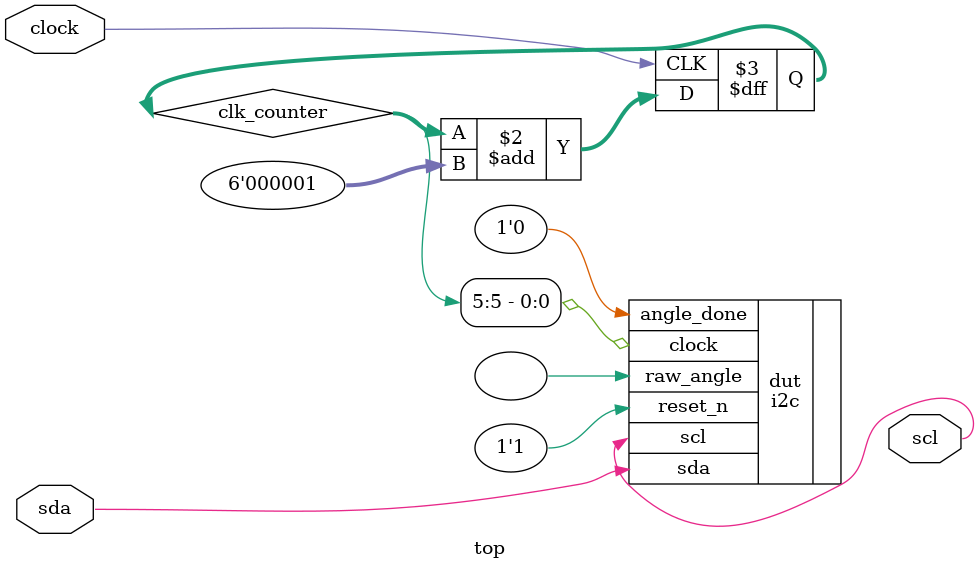
<source format=v>
module top(
    input               clock,          // The main clock          
    output              scl,            // The I2C clock
    inout               sda             // The I2C bi-directional data
);

reg     [5:0]   clk_counter;
always @(posedge clock)
    clk_counter[5:0]    <= clk_counter[5:0] + 6'b1;

i2c dut(
    .clock          (clk_counter[5]),
    .reset_n        (1'b1),
    .angle_done     (1'b0),
    .raw_angle      (),
    .scl            (scl),
    .sda            (sda)
);
endmodule
</source>
